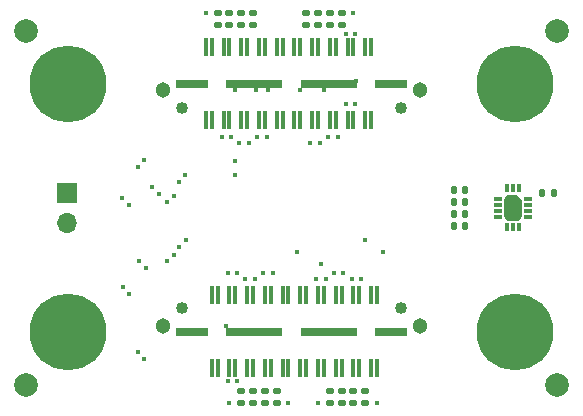
<source format=gbr>
%TF.GenerationSoftware,KiCad,Pcbnew,7.0.2-0*%
%TF.CreationDate,2023-05-03T13:11:08-04:00*%
%TF.ProjectId,szg-c2c-txr4,737a672d-6332-4632-9d74-7872342e6b69,A*%
%TF.SameCoordinates,Original*%
%TF.FileFunction,Soldermask,Bot*%
%TF.FilePolarity,Negative*%
%FSLAX46Y46*%
G04 Gerber Fmt 4.6, Leading zero omitted, Abs format (unit mm)*
G04 Created by KiCad (PCBNEW 7.0.2-0) date 2023-05-03 13:11:08*
%MOMM*%
%LPD*%
G01*
G04 APERTURE LIST*
G04 Aperture macros list*
%AMRoundRect*
0 Rectangle with rounded corners*
0 $1 Rounding radius*
0 $2 $3 $4 $5 $6 $7 $8 $9 X,Y pos of 4 corners*
0 Add a 4 corners polygon primitive as box body*
4,1,4,$2,$3,$4,$5,$6,$7,$8,$9,$2,$3,0*
0 Add four circle primitives for the rounded corners*
1,1,$1+$1,$2,$3*
1,1,$1+$1,$4,$5*
1,1,$1+$1,$6,$7*
1,1,$1+$1,$8,$9*
0 Add four rect primitives between the rounded corners*
20,1,$1+$1,$2,$3,$4,$5,0*
20,1,$1+$1,$4,$5,$6,$7,0*
20,1,$1+$1,$6,$7,$8,$9,0*
20,1,$1+$1,$8,$9,$2,$3,0*%
%AMFreePoly0*
4,1,21,-0.725000,0.712500,-0.709930,0.815934,-0.657520,0.923140,-0.573140,1.007520,-0.465934,1.059930,-0.362500,1.075000,0.362500,1.075000,0.465934,1.059930,0.573140,1.007520,0.657520,0.923140,0.709930,0.815934,0.725000,0.712500,0.725000,-0.712500,0.709930,-0.815934,0.657520,-0.923140,0.573140,-1.007520,0.465934,-1.059930,0.362500,-1.075000,-0.362500,-1.075000,-0.725000,-0.712500,
-0.725000,0.712500,-0.725000,0.712500,$1*%
G04 Aperture macros list end*
%ADD10C,3.600000*%
%ADD11C,6.500000*%
%ADD12C,2.000000*%
%ADD13RoundRect,0.140000X0.170000X-0.140000X0.170000X0.140000X-0.170000X0.140000X-0.170000X-0.140000X0*%
%ADD14RoundRect,0.140000X0.140000X0.170000X-0.140000X0.170000X-0.140000X-0.170000X0.140000X-0.170000X0*%
%ADD15RoundRect,0.140000X-0.170000X0.140000X-0.170000X-0.140000X0.170000X-0.140000X0.170000X0.140000X0*%
%ADD16FreePoly0,180.000000*%
%ADD17RoundRect,0.075000X0.275000X0.075000X-0.275000X0.075000X-0.275000X-0.075000X0.275000X-0.075000X0*%
%ADD18RoundRect,0.075000X0.075000X-0.275000X0.075000X0.275000X-0.075000X0.275000X-0.075000X-0.275000X0*%
%ADD19RoundRect,0.075000X-0.275000X-0.075000X0.275000X-0.075000X0.275000X0.075000X-0.275000X0.075000X0*%
%ADD20RoundRect,0.075000X-0.075000X0.275000X-0.075000X-0.275000X0.075000X-0.275000X0.075000X0.275000X0*%
%ADD21C,1.301600*%
%ADD22RoundRect,0.050800X0.150000X0.725000X-0.150000X0.725000X-0.150000X-0.725000X0.150000X-0.725000X0*%
%ADD23RoundRect,0.050800X1.270000X0.320000X-1.270000X0.320000X-1.270000X-0.320000X1.270000X-0.320000X0*%
%ADD24RoundRect,0.050800X2.350000X0.320000X-2.350000X0.320000X-2.350000X-0.320000X2.350000X-0.320000X0*%
%ADD25C,1.020000*%
%ADD26RoundRect,0.050800X-1.270000X-0.320000X1.270000X-0.320000X1.270000X0.320000X-1.270000X0.320000X0*%
%ADD27RoundRect,0.050800X-2.350000X-0.320000X2.350000X-0.320000X2.350000X0.320000X-2.350000X0.320000X0*%
%ADD28RoundRect,0.050800X-0.150000X-0.725000X0.150000X-0.725000X0.150000X0.725000X-0.150000X0.725000X0*%
%ADD29R,1.700000X1.700000*%
%ADD30O,1.700000X1.700000*%
%ADD31C,0.450000*%
G04 APERTURE END LIST*
D10*
%TO.C,H1*%
X133090000Y-99000000D03*
D11*
X133090000Y-99000000D03*
%TD*%
D10*
%TO.C,H2*%
X170910000Y-99000000D03*
D11*
X170910000Y-99000000D03*
%TD*%
D10*
%TO.C,H4*%
X170910000Y-120000000D03*
D11*
X170910000Y-120000000D03*
%TD*%
D10*
%TO.C,H3*%
X133090000Y-120000000D03*
D11*
X133090000Y-120000000D03*
%TD*%
D12*
%TO.C,FID7*%
X174500000Y-94500000D03*
%TD*%
%TO.C,FID8*%
X129500000Y-94500000D03*
%TD*%
D13*
%TO.C,C2*%
X146750000Y-93980000D03*
X146750000Y-93020000D03*
%TD*%
D14*
%TO.C,C20*%
X166730000Y-110000000D03*
X165770000Y-110000000D03*
%TD*%
%TO.C,C17*%
X174210000Y-108250000D03*
X173250000Y-108250000D03*
%TD*%
D15*
%TO.C,C9*%
X158250000Y-125040000D03*
X158250000Y-126000000D03*
%TD*%
D13*
%TO.C,C5*%
X153250000Y-93980000D03*
X153250000Y-93020000D03*
%TD*%
%TO.C,C1*%
X145750000Y-93980000D03*
X145750000Y-93020000D03*
%TD*%
%TO.C,C8*%
X156250000Y-93980000D03*
X156250000Y-93020000D03*
%TD*%
D16*
%TO.C,U1*%
X170750000Y-109500000D03*
D17*
X172050000Y-108750000D03*
X172050000Y-109250000D03*
X172050000Y-109750000D03*
X172050000Y-110250000D03*
D18*
X171250000Y-111150000D03*
X170750000Y-111150000D03*
X170250000Y-111150000D03*
D19*
X169450000Y-110250000D03*
X169450000Y-109750000D03*
X169450000Y-109250000D03*
X169450000Y-108750000D03*
D20*
X170250000Y-107850000D03*
X170750000Y-107850000D03*
X171250000Y-107850000D03*
%TD*%
D12*
%TO.C,FID1*%
X174500000Y-124500000D03*
%TD*%
D15*
%TO.C,C10*%
X157250000Y-125040000D03*
X157250000Y-126000000D03*
%TD*%
D14*
%TO.C,C19*%
X166730000Y-109000000D03*
X165770000Y-109000000D03*
%TD*%
D15*
%TO.C,C12*%
X155250000Y-125040000D03*
X155250000Y-126000000D03*
%TD*%
%TO.C,C14*%
X149750000Y-125040000D03*
X149750000Y-126000000D03*
%TD*%
D21*
%TO.C,J1*%
X162845000Y-99500000D03*
X141155000Y-99500000D03*
D22*
X158750000Y-95910000D03*
X158750000Y-102090000D03*
X158250000Y-95910000D03*
X158250000Y-102090000D03*
X157250000Y-95910000D03*
X157250000Y-102090000D03*
X156750000Y-95910000D03*
X156750000Y-102090000D03*
X155750000Y-95910000D03*
X155750000Y-102090000D03*
X155250010Y-95910000D03*
X155250010Y-102090000D03*
X154250000Y-95910000D03*
X154250000Y-102090000D03*
X153750000Y-95910000D03*
X153750000Y-102090000D03*
X152750000Y-95910000D03*
X152750000Y-102090000D03*
X152250000Y-95910000D03*
X152250000Y-102090000D03*
X151250000Y-95910000D03*
X151250000Y-102090000D03*
X150750000Y-95910000D03*
X150750000Y-102090000D03*
X149750000Y-95910000D03*
X149750000Y-102090000D03*
X149250000Y-95910000D03*
X149250000Y-102090000D03*
X148250000Y-95910000D03*
X148250000Y-102090000D03*
X147750000Y-95910000D03*
X147750000Y-102090000D03*
X146750000Y-95910000D03*
X146750000Y-102090000D03*
X146250010Y-95910000D03*
X146250010Y-102090000D03*
X145250000Y-95910000D03*
X145250000Y-102090000D03*
X144750000Y-95910000D03*
X144750000Y-102090000D03*
D23*
X160440000Y-99000000D03*
D24*
X155180000Y-99000000D03*
X148830000Y-99000000D03*
D23*
X143560000Y-99000000D03*
D25*
X161240000Y-101030000D03*
X142760000Y-101030000D03*
%TD*%
D13*
%TO.C,C7*%
X155250000Y-93980000D03*
X155250000Y-93020000D03*
%TD*%
D25*
%TO.C,J2*%
X161240000Y-117970000D03*
X142760000Y-117970000D03*
D26*
X160440000Y-120000000D03*
D27*
X155170000Y-120000000D03*
X148820000Y-120000000D03*
D26*
X143560000Y-120000000D03*
D28*
X159250000Y-116910000D03*
X159250000Y-123090000D03*
X158750000Y-116910000D03*
X158750000Y-123090000D03*
X157749990Y-116910000D03*
X157749990Y-123090000D03*
X157250000Y-116910000D03*
X157250000Y-123090000D03*
X156250000Y-116910000D03*
X156250000Y-123090000D03*
X155750000Y-116910000D03*
X155750000Y-123090000D03*
X154750000Y-116910000D03*
X154750000Y-123090000D03*
X154250000Y-116910000D03*
X154250000Y-123090000D03*
X153250000Y-116910000D03*
X153250000Y-123090000D03*
X152750000Y-116910000D03*
X152750000Y-123090000D03*
X151750000Y-116910000D03*
X151750000Y-123090000D03*
X151250000Y-116910000D03*
X151250000Y-123090000D03*
X150250000Y-116910000D03*
X150250000Y-123090000D03*
X149750000Y-116910000D03*
X149750000Y-123090000D03*
X148749990Y-116910000D03*
X148749990Y-123090000D03*
X148250000Y-116910000D03*
X148250000Y-123090000D03*
X147250000Y-116910000D03*
X147250000Y-123090000D03*
X146750000Y-116910000D03*
X146750000Y-123090000D03*
X145750000Y-116910000D03*
X145750000Y-123090000D03*
X145250000Y-116910000D03*
X145250000Y-123090000D03*
D21*
X162845000Y-119500000D03*
X141155000Y-119500000D03*
%TD*%
D15*
%TO.C,C16*%
X147750000Y-125040000D03*
X147750000Y-126000000D03*
%TD*%
D13*
%TO.C,C4*%
X148750000Y-93980000D03*
X148750000Y-93020000D03*
%TD*%
%TO.C,C6*%
X154250000Y-93980000D03*
X154250000Y-93020000D03*
%TD*%
D29*
%TO.C,J3*%
X133000000Y-108250000D03*
D30*
X133000000Y-110790000D03*
%TD*%
D12*
%TO.C,FID2*%
X129500000Y-124500000D03*
%TD*%
D13*
%TO.C,C3*%
X147750000Y-93980000D03*
X147750000Y-93020000D03*
%TD*%
D14*
%TO.C,C21*%
X166730000Y-111000000D03*
X165770000Y-111000000D03*
%TD*%
D15*
%TO.C,C13*%
X150750000Y-125040000D03*
X150750000Y-126000000D03*
%TD*%
%TO.C,C15*%
X148750000Y-125040000D03*
X148750000Y-126000000D03*
%TD*%
%TO.C,C11*%
X156250000Y-125020000D03*
X156250000Y-125980000D03*
%TD*%
D14*
%TO.C,C18*%
X166730000Y-108000000D03*
X165770000Y-108000000D03*
%TD*%
D31*
X159500000Y-120000000D03*
X153250000Y-120000000D03*
X147250000Y-99500000D03*
X152500000Y-113250000D03*
X146500000Y-119500000D03*
X154250000Y-126000000D03*
X149250000Y-120000000D03*
X161250000Y-120000000D03*
X159750000Y-99000000D03*
X152750000Y-99500000D03*
X154500000Y-114250000D03*
X161250000Y-99000000D03*
X144750000Y-93000000D03*
X144250000Y-120000000D03*
X157250000Y-93000000D03*
X154750000Y-120000000D03*
X154750000Y-99500000D03*
X150000000Y-99500000D03*
X151750000Y-126000000D03*
X159250000Y-126000000D03*
X142750000Y-120000000D03*
X157500000Y-98750000D03*
X146750000Y-126000000D03*
X142750000Y-99000000D03*
X156750000Y-120000000D03*
X149000000Y-99500000D03*
X156400000Y-115000000D03*
X154250000Y-93000000D03*
X155600000Y-115000000D03*
X153250000Y-93000000D03*
X150400000Y-115000000D03*
X148750000Y-93000000D03*
X147750000Y-93000000D03*
X149600000Y-115000000D03*
X146750000Y-93000000D03*
X148900000Y-115500000D03*
X148100000Y-115500000D03*
X145750000Y-93000000D03*
X147750000Y-126000000D03*
X146100000Y-103498408D03*
X146900000Y-103498408D03*
X148750000Y-126000000D03*
X149750000Y-126000000D03*
X147600000Y-103998408D03*
X148400000Y-103998408D03*
X150750000Y-126000000D03*
X153600000Y-103998408D03*
X155250000Y-126000000D03*
X156250000Y-126000000D03*
X154400000Y-103998408D03*
X157250000Y-126000000D03*
X155100000Y-103498408D03*
X158250000Y-126000000D03*
X155900000Y-103498408D03*
X154900000Y-115500000D03*
X165750000Y-110000000D03*
X154100000Y-115500000D03*
X165750000Y-111000000D03*
X149900000Y-103498408D03*
X165750000Y-108000000D03*
X165750000Y-109000000D03*
X149100000Y-103498408D03*
X156250000Y-93000000D03*
X157900000Y-115500000D03*
X157100000Y-115500000D03*
X155250000Y-93000000D03*
X147250000Y-106750000D03*
X159750000Y-113250000D03*
X158250000Y-112250000D03*
X147250000Y-105500000D03*
X138967157Y-106032843D03*
X139078135Y-114015502D03*
X139643821Y-114581188D03*
X139532843Y-105467157D03*
X143013040Y-106707916D03*
X143032843Y-112217157D03*
X137678415Y-108682654D03*
X137717157Y-116217157D03*
X142447354Y-107273602D03*
X142467157Y-112782843D03*
X138282843Y-116782843D03*
X138244101Y-109248340D03*
X142032843Y-108467157D03*
X142032843Y-113467157D03*
X138967157Y-121717157D03*
X140217157Y-107717157D03*
X141467157Y-109032843D03*
X141467157Y-114032843D03*
X139532843Y-122282843D03*
X140782843Y-108282843D03*
X147400000Y-124137046D03*
X156600000Y-100743729D03*
X147400000Y-115000000D03*
X156600000Y-94816240D03*
X146600000Y-124137046D03*
X157400000Y-100743729D03*
X157400000Y-94816240D03*
X146600000Y-115000000D03*
M02*

</source>
